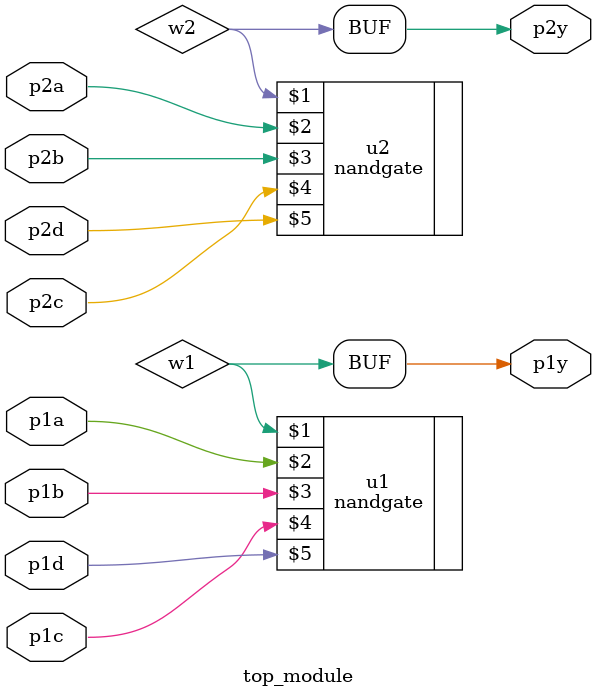
<source format=sv>
module top_module(
	input p1a, 
	input p1b, 
	input p1c, 
	input p1d, 
	output p1y, 
	input p2a, 
	input p2b, 
	input p2c, 
	input p2d, 
	output p2y
);

wire w1, w2;

nandgate u1 (w1, p1a, p1b, p1c, p1d);
nandgate u2 (w2, p2a, p2b, p2c, p2d);

assign p1y = w1;
assign p2y = w2;

endmodule

</source>
